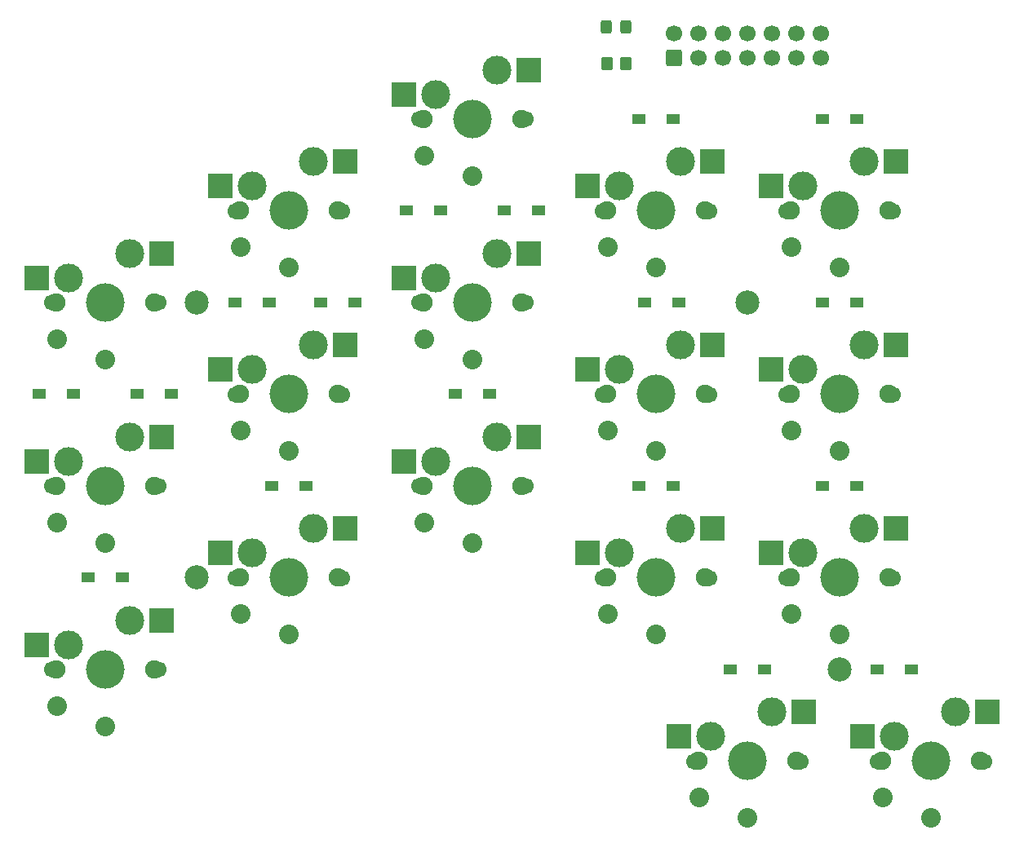
<source format=gbs>
%TF.GenerationSoftware,KiCad,Pcbnew,(6.0.4-0)*%
%TF.CreationDate,2022-03-28T14:08:22+08:00*%
%TF.ProjectId,Pragmatic,50726167-6d61-4746-9963-2e6b69636164,3*%
%TF.SameCoordinates,PX5ad6650PY48ab840*%
%TF.FileFunction,Soldermask,Bot*%
%TF.FilePolarity,Negative*%
%FSLAX46Y46*%
G04 Gerber Fmt 4.6, Leading zero omitted, Abs format (unit mm)*
G04 Created by KiCad (PCBNEW (6.0.4-0)) date 2022-03-28 14:08:22*
%MOMM*%
%LPD*%
G01*
G04 APERTURE LIST*
G04 Aperture macros list*
%AMRoundRect*
0 Rectangle with rounded corners*
0 $1 Rounding radius*
0 $2 $3 $4 $5 $6 $7 $8 $9 X,Y pos of 4 corners*
0 Add a 4 corners polygon primitive as box body*
4,1,4,$2,$3,$4,$5,$6,$7,$8,$9,$2,$3,0*
0 Add four circle primitives for the rounded corners*
1,1,$1+$1,$2,$3*
1,1,$1+$1,$4,$5*
1,1,$1+$1,$6,$7*
1,1,$1+$1,$8,$9*
0 Add four rect primitives between the rounded corners*
20,1,$1+$1,$2,$3,$4,$5,0*
20,1,$1+$1,$4,$5,$6,$7,0*
20,1,$1+$1,$6,$7,$8,$9,0*
20,1,$1+$1,$8,$9,$2,$3,0*%
G04 Aperture macros list end*
%ADD10C,1.701800*%
%ADD11C,1.900000*%
%ADD12C,3.000000*%
%ADD13C,4.000000*%
%ADD14C,2.032000*%
%ADD15R,2.550000X2.500000*%
%ADD16C,2.500000*%
%ADD17RoundRect,0.250000X0.600000X-0.600000X0.600000X0.600000X-0.600000X0.600000X-0.600000X-0.600000X0*%
%ADD18C,1.700000*%
%ADD19R,1.400000X1.000000*%
%ADD20RoundRect,0.250000X0.325000X0.450000X-0.325000X0.450000X-0.325000X-0.450000X0.325000X-0.450000X0*%
%ADD21RoundRect,0.250000X0.350000X0.450000X-0.350000X0.450000X-0.350000X-0.450000X0.350000X-0.450000X0*%
G04 APERTURE END LIST*
D10*
X-43575000Y-25000D03*
D11*
X-33020000Y0D03*
D12*
X-35560000Y5080000D03*
D13*
X-38100000Y0D03*
D10*
X-32575000Y-25000D03*
D12*
X-41910000Y2540000D03*
D11*
X-43180000Y0D03*
D14*
X-43075000Y-3810000D03*
D15*
X-45185000Y2540000D03*
X-32258000Y5080000D03*
D14*
X-38075000Y-5925000D03*
D10*
X-43575000Y-19075000D03*
D13*
X-38100000Y-19050000D03*
D11*
X-43180000Y-19050000D03*
D12*
X-41910000Y-16510000D03*
D10*
X-32575000Y-19075000D03*
D12*
X-35560000Y-13970000D03*
D11*
X-33020000Y-19050000D03*
D14*
X-43075000Y-22860000D03*
D15*
X-45185000Y-16510000D03*
X-32258000Y-13970000D03*
D14*
X-38075000Y-24975000D03*
D10*
X-13525000Y-9550000D03*
X-24525000Y-9550000D03*
D11*
X-24130000Y-9525000D03*
D13*
X-19050000Y-9525000D03*
D12*
X-16510000Y-4445000D03*
D11*
X-13970000Y-9525000D03*
D12*
X-22860000Y-6985000D03*
D15*
X-26135000Y-6985000D03*
D14*
X-24025000Y-13335000D03*
D15*
X-13208000Y-4445000D03*
D14*
X-19025000Y-15450000D03*
D12*
X-22860000Y12065000D03*
D11*
X-13970000Y9525000D03*
X-24130000Y9525000D03*
D13*
X-19050000Y9525000D03*
D10*
X-24525000Y9500000D03*
D12*
X-16510000Y14605000D03*
D10*
X-13525000Y9500000D03*
D14*
X-24025000Y5715000D03*
D15*
X-26135000Y12065000D03*
X-13208000Y14605000D03*
D14*
X-19025000Y3600000D03*
D12*
X2540000Y24130000D03*
D11*
X-5080000Y19050000D03*
D10*
X5525000Y19025000D03*
D11*
X5080000Y19050000D03*
D10*
X-5475000Y19025000D03*
D13*
X0Y19050000D03*
D12*
X-3810000Y21590000D03*
D14*
X-4975000Y15240000D03*
D15*
X-7085000Y21590000D03*
X5842000Y24130000D03*
D14*
X25000Y13125000D03*
D11*
X13970000Y9525000D03*
D13*
X19050000Y9525000D03*
D10*
X13575000Y9500000D03*
X24575000Y9500000D03*
D12*
X21590000Y14605000D03*
X15240000Y12065000D03*
D11*
X24130000Y9525000D03*
D14*
X14075000Y5715000D03*
D15*
X11965000Y12065000D03*
X24892000Y14605000D03*
D14*
X19075000Y3600000D03*
D11*
X43180000Y9525000D03*
D12*
X40640000Y14605000D03*
D10*
X32625000Y9500000D03*
D13*
X38100000Y9525000D03*
D12*
X34290000Y12065000D03*
D11*
X33020000Y9525000D03*
D10*
X43625000Y9500000D03*
D15*
X31015000Y12065000D03*
D14*
X33125000Y5715000D03*
D15*
X43942000Y14605000D03*
D14*
X38125000Y3600000D03*
D12*
X-3810000Y2540000D03*
D10*
X5525000Y-25000D03*
D11*
X5080000Y0D03*
D10*
X-5475000Y-25000D03*
D13*
X0Y0D03*
D11*
X-5080000Y0D03*
D12*
X2540000Y5080000D03*
D15*
X-7085000Y2540000D03*
D14*
X-4975000Y-3810000D03*
X25000Y-5925000D03*
D15*
X5842000Y5080000D03*
D13*
X19050000Y-9525000D03*
D11*
X13970000Y-9525000D03*
D12*
X21590000Y-4445000D03*
D11*
X24130000Y-9525000D03*
D12*
X15240000Y-6985000D03*
D10*
X24575000Y-9550000D03*
X13575000Y-9550000D03*
D14*
X14075000Y-13335000D03*
D15*
X11965000Y-6985000D03*
X24892000Y-4445000D03*
D14*
X19075000Y-15450000D03*
D11*
X33020000Y-9525000D03*
D10*
X32625000Y-9550000D03*
D11*
X43180000Y-9525000D03*
D12*
X34290000Y-6985000D03*
X40640000Y-4445000D03*
D13*
X38100000Y-9525000D03*
D10*
X43625000Y-9550000D03*
D15*
X31015000Y-6985000D03*
D14*
X33125000Y-13335000D03*
X38125000Y-15450000D03*
D15*
X43942000Y-4445000D03*
D13*
X-38100000Y-38100000D03*
D12*
X-35560000Y-33020000D03*
D11*
X-33020000Y-38100000D03*
D10*
X-32575000Y-38125000D03*
X-43575000Y-38125000D03*
D12*
X-41910000Y-35560000D03*
D11*
X-43180000Y-38100000D03*
D14*
X-43075000Y-41910000D03*
D15*
X-45185000Y-35560000D03*
D14*
X-38075000Y-44025000D03*
D15*
X-32258000Y-33020000D03*
D12*
X-16510000Y-23495000D03*
D10*
X-13525000Y-28600000D03*
D11*
X-13970000Y-28575000D03*
D10*
X-24525000Y-28600000D03*
D12*
X-22860000Y-26035000D03*
D11*
X-24130000Y-28575000D03*
D13*
X-19050000Y-28575000D03*
D14*
X-24025000Y-32385000D03*
D15*
X-26135000Y-26035000D03*
X-13208000Y-23495000D03*
D14*
X-19025000Y-34500000D03*
D13*
X0Y-19050000D03*
D12*
X2540000Y-13970000D03*
D11*
X5080000Y-19050000D03*
D10*
X-5475000Y-19075000D03*
D11*
X-5080000Y-19050000D03*
D10*
X5525000Y-19075000D03*
D12*
X-3810000Y-16510000D03*
D14*
X-4975000Y-22860000D03*
D15*
X-7085000Y-16510000D03*
X5842000Y-13970000D03*
D14*
X25000Y-24975000D03*
D11*
X24130000Y-28575000D03*
D12*
X21590000Y-23495000D03*
X15240000Y-26035000D03*
D13*
X19050000Y-28575000D03*
D10*
X24575000Y-28600000D03*
D11*
X13970000Y-28575000D03*
D10*
X13575000Y-28600000D03*
D15*
X11965000Y-26035000D03*
D14*
X14075000Y-32385000D03*
D15*
X24892000Y-23495000D03*
D14*
X19075000Y-34500000D03*
D12*
X40640000Y-23495000D03*
D10*
X32625000Y-28600000D03*
X43625000Y-28600000D03*
D13*
X38100000Y-28575000D03*
D11*
X33020000Y-28575000D03*
X43180000Y-28575000D03*
D12*
X34290000Y-26035000D03*
D14*
X33125000Y-32385000D03*
D15*
X31015000Y-26035000D03*
X43942000Y-23495000D03*
D14*
X38125000Y-34500000D03*
D11*
X23495000Y-47625000D03*
D12*
X31115000Y-42545000D03*
D13*
X28575000Y-47625000D03*
D12*
X24765000Y-45085000D03*
D11*
X33655000Y-47625000D03*
D10*
X23100000Y-47650000D03*
X34100000Y-47650000D03*
D14*
X23600000Y-51435000D03*
D15*
X21490000Y-45085000D03*
X34417000Y-42545000D03*
D14*
X28600000Y-53550000D03*
D10*
X53150000Y-47650000D03*
X42150000Y-47650000D03*
D13*
X47625000Y-47625000D03*
D12*
X50165000Y-42545000D03*
D11*
X42545000Y-47625000D03*
X52705000Y-47625000D03*
D12*
X43815000Y-45085000D03*
D14*
X42650000Y-51435000D03*
D15*
X40540000Y-45085000D03*
X53467000Y-42545000D03*
D14*
X47650000Y-53550000D03*
D16*
X-28575000Y0D03*
X-28575000Y-28575000D03*
X28575000Y0D03*
X38100000Y-38100000D03*
D17*
X20955000Y25400000D03*
D18*
X20955000Y27940000D03*
X23495000Y25400000D03*
X23495000Y27940000D03*
X26035000Y25400000D03*
X26035000Y27940000D03*
X28575000Y25400000D03*
X28575000Y27940000D03*
X31115000Y25400000D03*
X31115000Y27940000D03*
X33655000Y25400000D03*
X33655000Y27940000D03*
X36195000Y25400000D03*
X36195000Y27940000D03*
D19*
X-41405000Y-9525000D03*
X-44955000Y-9525000D03*
X-31245000Y-9525000D03*
X-34795000Y-9525000D03*
X-12195000Y0D03*
X-15745000Y0D03*
X-21085000Y0D03*
X-24635000Y0D03*
X-3305000Y9525000D03*
X-6855000Y9525000D03*
X20825000Y19050000D03*
X17275000Y19050000D03*
X39875000Y19050000D03*
X36325000Y19050000D03*
X6855000Y9525000D03*
X3305000Y9525000D03*
X21460000Y0D03*
X17910000Y0D03*
X39875000Y0D03*
X36325000Y0D03*
X-36325000Y-28575000D03*
X-39875000Y-28575000D03*
X-17275000Y-19050000D03*
X-20825000Y-19050000D03*
X1775000Y-9525000D03*
X-1775000Y-9525000D03*
X20825000Y-19050000D03*
X17275000Y-19050000D03*
X39875000Y-19050000D03*
X36325000Y-19050000D03*
X30350000Y-38100000D03*
X26800000Y-38100000D03*
X45590000Y-38100000D03*
X42040000Y-38100000D03*
D20*
X15970000Y28625000D03*
X13920000Y28625000D03*
D21*
X15970000Y24815000D03*
X13970000Y24815000D03*
M02*

</source>
